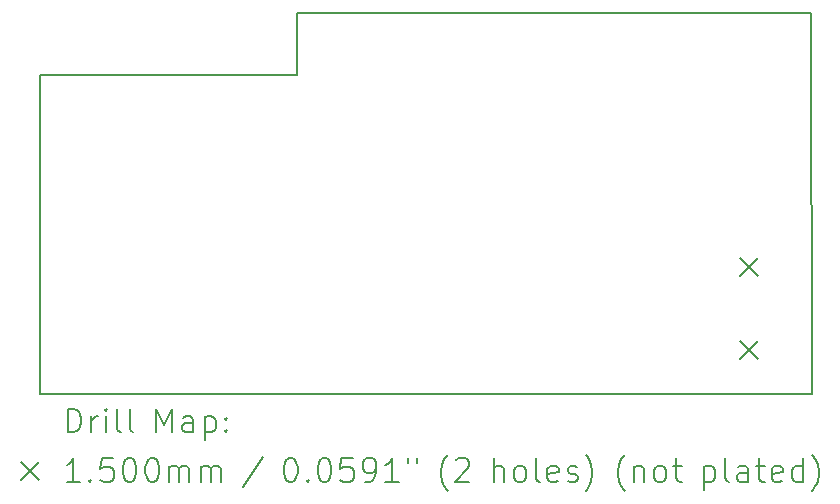
<source format=gbr>
%FSLAX45Y45*%
G04 Gerber Fmt 4.5, Leading zero omitted, Abs format (unit mm)*
G04 Created by KiCad (PCBNEW 6.99.0-unknown-455e330f3b~148~ubuntu20.04.1) date 2022-04-23 09:38:21*
%MOMM*%
%LPD*%
G01*
G04 APERTURE LIST*
%TA.AperFunction,Profile*%
%ADD10C,0.200000*%
%TD*%
%ADD11C,0.200000*%
%ADD12C,0.150000*%
G04 APERTURE END LIST*
D10*
X15125000Y-10115000D02*
X8585000Y-10115000D01*
X8585000Y-7415000D01*
X10760000Y-7415000D01*
X10760000Y-6885000D01*
X15115000Y-6885000D01*
X15125000Y-10115000D01*
D11*
D12*
X14515000Y-8962500D02*
X14665000Y-9112500D01*
X14665000Y-8962500D02*
X14515000Y-9112500D01*
X14515000Y-9662500D02*
X14665000Y-9812500D01*
X14665000Y-9662500D02*
X14515000Y-9812500D01*
D11*
X8822619Y-10435476D02*
X8822619Y-10235476D01*
X8822619Y-10235476D02*
X8870238Y-10235476D01*
X8870238Y-10235476D02*
X8898810Y-10245000D01*
X8898810Y-10245000D02*
X8917857Y-10264048D01*
X8917857Y-10264048D02*
X8927381Y-10283095D01*
X8927381Y-10283095D02*
X8936905Y-10321190D01*
X8936905Y-10321190D02*
X8936905Y-10349762D01*
X8936905Y-10349762D02*
X8927381Y-10387857D01*
X8927381Y-10387857D02*
X8917857Y-10406905D01*
X8917857Y-10406905D02*
X8898810Y-10425952D01*
X8898810Y-10425952D02*
X8870238Y-10435476D01*
X8870238Y-10435476D02*
X8822619Y-10435476D01*
X9022619Y-10435476D02*
X9022619Y-10302143D01*
X9022619Y-10340238D02*
X9032143Y-10321190D01*
X9032143Y-10321190D02*
X9041667Y-10311667D01*
X9041667Y-10311667D02*
X9060714Y-10302143D01*
X9060714Y-10302143D02*
X9079762Y-10302143D01*
X9146429Y-10435476D02*
X9146429Y-10302143D01*
X9146429Y-10235476D02*
X9136905Y-10245000D01*
X9136905Y-10245000D02*
X9146429Y-10254524D01*
X9146429Y-10254524D02*
X9155952Y-10245000D01*
X9155952Y-10245000D02*
X9146429Y-10235476D01*
X9146429Y-10235476D02*
X9146429Y-10254524D01*
X9270238Y-10435476D02*
X9251190Y-10425952D01*
X9251190Y-10425952D02*
X9241667Y-10406905D01*
X9241667Y-10406905D02*
X9241667Y-10235476D01*
X9375000Y-10435476D02*
X9355952Y-10425952D01*
X9355952Y-10425952D02*
X9346429Y-10406905D01*
X9346429Y-10406905D02*
X9346429Y-10235476D01*
X9571190Y-10435476D02*
X9571190Y-10235476D01*
X9571190Y-10235476D02*
X9637857Y-10378333D01*
X9637857Y-10378333D02*
X9704524Y-10235476D01*
X9704524Y-10235476D02*
X9704524Y-10435476D01*
X9885476Y-10435476D02*
X9885476Y-10330714D01*
X9885476Y-10330714D02*
X9875952Y-10311667D01*
X9875952Y-10311667D02*
X9856905Y-10302143D01*
X9856905Y-10302143D02*
X9818809Y-10302143D01*
X9818809Y-10302143D02*
X9799762Y-10311667D01*
X9885476Y-10425952D02*
X9866429Y-10435476D01*
X9866429Y-10435476D02*
X9818809Y-10435476D01*
X9818809Y-10435476D02*
X9799762Y-10425952D01*
X9799762Y-10425952D02*
X9790238Y-10406905D01*
X9790238Y-10406905D02*
X9790238Y-10387857D01*
X9790238Y-10387857D02*
X9799762Y-10368810D01*
X9799762Y-10368810D02*
X9818809Y-10359286D01*
X9818809Y-10359286D02*
X9866429Y-10359286D01*
X9866429Y-10359286D02*
X9885476Y-10349762D01*
X9980714Y-10302143D02*
X9980714Y-10502143D01*
X9980714Y-10311667D02*
X9999762Y-10302143D01*
X9999762Y-10302143D02*
X10037857Y-10302143D01*
X10037857Y-10302143D02*
X10056905Y-10311667D01*
X10056905Y-10311667D02*
X10066429Y-10321190D01*
X10066429Y-10321190D02*
X10075952Y-10340238D01*
X10075952Y-10340238D02*
X10075952Y-10397381D01*
X10075952Y-10397381D02*
X10066429Y-10416429D01*
X10066429Y-10416429D02*
X10056905Y-10425952D01*
X10056905Y-10425952D02*
X10037857Y-10435476D01*
X10037857Y-10435476D02*
X9999762Y-10435476D01*
X9999762Y-10435476D02*
X9980714Y-10425952D01*
X10161667Y-10416429D02*
X10171190Y-10425952D01*
X10171190Y-10425952D02*
X10161667Y-10435476D01*
X10161667Y-10435476D02*
X10152143Y-10425952D01*
X10152143Y-10425952D02*
X10161667Y-10416429D01*
X10161667Y-10416429D02*
X10161667Y-10435476D01*
X10161667Y-10311667D02*
X10171190Y-10321190D01*
X10171190Y-10321190D02*
X10161667Y-10330714D01*
X10161667Y-10330714D02*
X10152143Y-10321190D01*
X10152143Y-10321190D02*
X10161667Y-10311667D01*
X10161667Y-10311667D02*
X10161667Y-10330714D01*
D12*
X8425000Y-10690000D02*
X8575000Y-10840000D01*
X8575000Y-10690000D02*
X8425000Y-10840000D01*
D11*
X8927381Y-10855476D02*
X8813095Y-10855476D01*
X8870238Y-10855476D02*
X8870238Y-10655476D01*
X8870238Y-10655476D02*
X8851190Y-10684048D01*
X8851190Y-10684048D02*
X8832143Y-10703095D01*
X8832143Y-10703095D02*
X8813095Y-10712619D01*
X9013095Y-10836429D02*
X9022619Y-10845952D01*
X9022619Y-10845952D02*
X9013095Y-10855476D01*
X9013095Y-10855476D02*
X9003571Y-10845952D01*
X9003571Y-10845952D02*
X9013095Y-10836429D01*
X9013095Y-10836429D02*
X9013095Y-10855476D01*
X9203571Y-10655476D02*
X9108333Y-10655476D01*
X9108333Y-10655476D02*
X9098810Y-10750714D01*
X9098810Y-10750714D02*
X9108333Y-10741190D01*
X9108333Y-10741190D02*
X9127381Y-10731667D01*
X9127381Y-10731667D02*
X9175000Y-10731667D01*
X9175000Y-10731667D02*
X9194048Y-10741190D01*
X9194048Y-10741190D02*
X9203571Y-10750714D01*
X9203571Y-10750714D02*
X9213095Y-10769762D01*
X9213095Y-10769762D02*
X9213095Y-10817381D01*
X9213095Y-10817381D02*
X9203571Y-10836429D01*
X9203571Y-10836429D02*
X9194048Y-10845952D01*
X9194048Y-10845952D02*
X9175000Y-10855476D01*
X9175000Y-10855476D02*
X9127381Y-10855476D01*
X9127381Y-10855476D02*
X9108333Y-10845952D01*
X9108333Y-10845952D02*
X9098810Y-10836429D01*
X9336905Y-10655476D02*
X9355952Y-10655476D01*
X9355952Y-10655476D02*
X9375000Y-10665000D01*
X9375000Y-10665000D02*
X9384524Y-10674524D01*
X9384524Y-10674524D02*
X9394048Y-10693571D01*
X9394048Y-10693571D02*
X9403571Y-10731667D01*
X9403571Y-10731667D02*
X9403571Y-10779286D01*
X9403571Y-10779286D02*
X9394048Y-10817381D01*
X9394048Y-10817381D02*
X9384524Y-10836429D01*
X9384524Y-10836429D02*
X9375000Y-10845952D01*
X9375000Y-10845952D02*
X9355952Y-10855476D01*
X9355952Y-10855476D02*
X9336905Y-10855476D01*
X9336905Y-10855476D02*
X9317857Y-10845952D01*
X9317857Y-10845952D02*
X9308333Y-10836429D01*
X9308333Y-10836429D02*
X9298810Y-10817381D01*
X9298810Y-10817381D02*
X9289286Y-10779286D01*
X9289286Y-10779286D02*
X9289286Y-10731667D01*
X9289286Y-10731667D02*
X9298810Y-10693571D01*
X9298810Y-10693571D02*
X9308333Y-10674524D01*
X9308333Y-10674524D02*
X9317857Y-10665000D01*
X9317857Y-10665000D02*
X9336905Y-10655476D01*
X9527381Y-10655476D02*
X9546429Y-10655476D01*
X9546429Y-10655476D02*
X9565476Y-10665000D01*
X9565476Y-10665000D02*
X9575000Y-10674524D01*
X9575000Y-10674524D02*
X9584524Y-10693571D01*
X9584524Y-10693571D02*
X9594048Y-10731667D01*
X9594048Y-10731667D02*
X9594048Y-10779286D01*
X9594048Y-10779286D02*
X9584524Y-10817381D01*
X9584524Y-10817381D02*
X9575000Y-10836429D01*
X9575000Y-10836429D02*
X9565476Y-10845952D01*
X9565476Y-10845952D02*
X9546429Y-10855476D01*
X9546429Y-10855476D02*
X9527381Y-10855476D01*
X9527381Y-10855476D02*
X9508333Y-10845952D01*
X9508333Y-10845952D02*
X9498810Y-10836429D01*
X9498810Y-10836429D02*
X9489286Y-10817381D01*
X9489286Y-10817381D02*
X9479762Y-10779286D01*
X9479762Y-10779286D02*
X9479762Y-10731667D01*
X9479762Y-10731667D02*
X9489286Y-10693571D01*
X9489286Y-10693571D02*
X9498810Y-10674524D01*
X9498810Y-10674524D02*
X9508333Y-10665000D01*
X9508333Y-10665000D02*
X9527381Y-10655476D01*
X9679762Y-10855476D02*
X9679762Y-10722143D01*
X9679762Y-10741190D02*
X9689286Y-10731667D01*
X9689286Y-10731667D02*
X9708333Y-10722143D01*
X9708333Y-10722143D02*
X9736905Y-10722143D01*
X9736905Y-10722143D02*
X9755952Y-10731667D01*
X9755952Y-10731667D02*
X9765476Y-10750714D01*
X9765476Y-10750714D02*
X9765476Y-10855476D01*
X9765476Y-10750714D02*
X9775000Y-10731667D01*
X9775000Y-10731667D02*
X9794048Y-10722143D01*
X9794048Y-10722143D02*
X9822619Y-10722143D01*
X9822619Y-10722143D02*
X9841667Y-10731667D01*
X9841667Y-10731667D02*
X9851191Y-10750714D01*
X9851191Y-10750714D02*
X9851191Y-10855476D01*
X9946429Y-10855476D02*
X9946429Y-10722143D01*
X9946429Y-10741190D02*
X9955952Y-10731667D01*
X9955952Y-10731667D02*
X9975000Y-10722143D01*
X9975000Y-10722143D02*
X10003572Y-10722143D01*
X10003572Y-10722143D02*
X10022619Y-10731667D01*
X10022619Y-10731667D02*
X10032143Y-10750714D01*
X10032143Y-10750714D02*
X10032143Y-10855476D01*
X10032143Y-10750714D02*
X10041667Y-10731667D01*
X10041667Y-10731667D02*
X10060714Y-10722143D01*
X10060714Y-10722143D02*
X10089286Y-10722143D01*
X10089286Y-10722143D02*
X10108333Y-10731667D01*
X10108333Y-10731667D02*
X10117857Y-10750714D01*
X10117857Y-10750714D02*
X10117857Y-10855476D01*
X10475952Y-10645952D02*
X10304524Y-10903095D01*
X10700714Y-10655476D02*
X10719762Y-10655476D01*
X10719762Y-10655476D02*
X10738810Y-10665000D01*
X10738810Y-10665000D02*
X10748333Y-10674524D01*
X10748333Y-10674524D02*
X10757857Y-10693571D01*
X10757857Y-10693571D02*
X10767381Y-10731667D01*
X10767381Y-10731667D02*
X10767381Y-10779286D01*
X10767381Y-10779286D02*
X10757857Y-10817381D01*
X10757857Y-10817381D02*
X10748333Y-10836429D01*
X10748333Y-10836429D02*
X10738810Y-10845952D01*
X10738810Y-10845952D02*
X10719762Y-10855476D01*
X10719762Y-10855476D02*
X10700714Y-10855476D01*
X10700714Y-10855476D02*
X10681667Y-10845952D01*
X10681667Y-10845952D02*
X10672143Y-10836429D01*
X10672143Y-10836429D02*
X10662619Y-10817381D01*
X10662619Y-10817381D02*
X10653095Y-10779286D01*
X10653095Y-10779286D02*
X10653095Y-10731667D01*
X10653095Y-10731667D02*
X10662619Y-10693571D01*
X10662619Y-10693571D02*
X10672143Y-10674524D01*
X10672143Y-10674524D02*
X10681667Y-10665000D01*
X10681667Y-10665000D02*
X10700714Y-10655476D01*
X10853095Y-10836429D02*
X10862619Y-10845952D01*
X10862619Y-10845952D02*
X10853095Y-10855476D01*
X10853095Y-10855476D02*
X10843572Y-10845952D01*
X10843572Y-10845952D02*
X10853095Y-10836429D01*
X10853095Y-10836429D02*
X10853095Y-10855476D01*
X10986429Y-10655476D02*
X11005476Y-10655476D01*
X11005476Y-10655476D02*
X11024524Y-10665000D01*
X11024524Y-10665000D02*
X11034048Y-10674524D01*
X11034048Y-10674524D02*
X11043572Y-10693571D01*
X11043572Y-10693571D02*
X11053095Y-10731667D01*
X11053095Y-10731667D02*
X11053095Y-10779286D01*
X11053095Y-10779286D02*
X11043572Y-10817381D01*
X11043572Y-10817381D02*
X11034048Y-10836429D01*
X11034048Y-10836429D02*
X11024524Y-10845952D01*
X11024524Y-10845952D02*
X11005476Y-10855476D01*
X11005476Y-10855476D02*
X10986429Y-10855476D01*
X10986429Y-10855476D02*
X10967381Y-10845952D01*
X10967381Y-10845952D02*
X10957857Y-10836429D01*
X10957857Y-10836429D02*
X10948333Y-10817381D01*
X10948333Y-10817381D02*
X10938810Y-10779286D01*
X10938810Y-10779286D02*
X10938810Y-10731667D01*
X10938810Y-10731667D02*
X10948333Y-10693571D01*
X10948333Y-10693571D02*
X10957857Y-10674524D01*
X10957857Y-10674524D02*
X10967381Y-10665000D01*
X10967381Y-10665000D02*
X10986429Y-10655476D01*
X11234048Y-10655476D02*
X11138810Y-10655476D01*
X11138810Y-10655476D02*
X11129286Y-10750714D01*
X11129286Y-10750714D02*
X11138810Y-10741190D01*
X11138810Y-10741190D02*
X11157857Y-10731667D01*
X11157857Y-10731667D02*
X11205476Y-10731667D01*
X11205476Y-10731667D02*
X11224524Y-10741190D01*
X11224524Y-10741190D02*
X11234048Y-10750714D01*
X11234048Y-10750714D02*
X11243571Y-10769762D01*
X11243571Y-10769762D02*
X11243571Y-10817381D01*
X11243571Y-10817381D02*
X11234048Y-10836429D01*
X11234048Y-10836429D02*
X11224524Y-10845952D01*
X11224524Y-10845952D02*
X11205476Y-10855476D01*
X11205476Y-10855476D02*
X11157857Y-10855476D01*
X11157857Y-10855476D02*
X11138810Y-10845952D01*
X11138810Y-10845952D02*
X11129286Y-10836429D01*
X11338810Y-10855476D02*
X11376905Y-10855476D01*
X11376905Y-10855476D02*
X11395952Y-10845952D01*
X11395952Y-10845952D02*
X11405476Y-10836429D01*
X11405476Y-10836429D02*
X11424524Y-10807857D01*
X11424524Y-10807857D02*
X11434048Y-10769762D01*
X11434048Y-10769762D02*
X11434048Y-10693571D01*
X11434048Y-10693571D02*
X11424524Y-10674524D01*
X11424524Y-10674524D02*
X11415000Y-10665000D01*
X11415000Y-10665000D02*
X11395952Y-10655476D01*
X11395952Y-10655476D02*
X11357857Y-10655476D01*
X11357857Y-10655476D02*
X11338810Y-10665000D01*
X11338810Y-10665000D02*
X11329286Y-10674524D01*
X11329286Y-10674524D02*
X11319762Y-10693571D01*
X11319762Y-10693571D02*
X11319762Y-10741190D01*
X11319762Y-10741190D02*
X11329286Y-10760238D01*
X11329286Y-10760238D02*
X11338810Y-10769762D01*
X11338810Y-10769762D02*
X11357857Y-10779286D01*
X11357857Y-10779286D02*
X11395952Y-10779286D01*
X11395952Y-10779286D02*
X11415000Y-10769762D01*
X11415000Y-10769762D02*
X11424524Y-10760238D01*
X11424524Y-10760238D02*
X11434048Y-10741190D01*
X11624524Y-10855476D02*
X11510238Y-10855476D01*
X11567381Y-10855476D02*
X11567381Y-10655476D01*
X11567381Y-10655476D02*
X11548333Y-10684048D01*
X11548333Y-10684048D02*
X11529286Y-10703095D01*
X11529286Y-10703095D02*
X11510238Y-10712619D01*
X11700714Y-10655476D02*
X11700714Y-10693571D01*
X11776905Y-10655476D02*
X11776905Y-10693571D01*
X12039762Y-10931667D02*
X12030238Y-10922143D01*
X12030238Y-10922143D02*
X12011191Y-10893571D01*
X12011191Y-10893571D02*
X12001667Y-10874524D01*
X12001667Y-10874524D02*
X11992143Y-10845952D01*
X11992143Y-10845952D02*
X11982619Y-10798333D01*
X11982619Y-10798333D02*
X11982619Y-10760238D01*
X11982619Y-10760238D02*
X11992143Y-10712619D01*
X11992143Y-10712619D02*
X12001667Y-10684048D01*
X12001667Y-10684048D02*
X12011191Y-10665000D01*
X12011191Y-10665000D02*
X12030238Y-10636429D01*
X12030238Y-10636429D02*
X12039762Y-10626905D01*
X12106429Y-10674524D02*
X12115952Y-10665000D01*
X12115952Y-10665000D02*
X12135000Y-10655476D01*
X12135000Y-10655476D02*
X12182619Y-10655476D01*
X12182619Y-10655476D02*
X12201667Y-10665000D01*
X12201667Y-10665000D02*
X12211191Y-10674524D01*
X12211191Y-10674524D02*
X12220714Y-10693571D01*
X12220714Y-10693571D02*
X12220714Y-10712619D01*
X12220714Y-10712619D02*
X12211191Y-10741190D01*
X12211191Y-10741190D02*
X12096905Y-10855476D01*
X12096905Y-10855476D02*
X12220714Y-10855476D01*
X12426429Y-10855476D02*
X12426429Y-10655476D01*
X12512143Y-10855476D02*
X12512143Y-10750714D01*
X12512143Y-10750714D02*
X12502619Y-10731667D01*
X12502619Y-10731667D02*
X12483572Y-10722143D01*
X12483572Y-10722143D02*
X12455000Y-10722143D01*
X12455000Y-10722143D02*
X12435952Y-10731667D01*
X12435952Y-10731667D02*
X12426429Y-10741190D01*
X12635952Y-10855476D02*
X12616905Y-10845952D01*
X12616905Y-10845952D02*
X12607381Y-10836429D01*
X12607381Y-10836429D02*
X12597857Y-10817381D01*
X12597857Y-10817381D02*
X12597857Y-10760238D01*
X12597857Y-10760238D02*
X12607381Y-10741190D01*
X12607381Y-10741190D02*
X12616905Y-10731667D01*
X12616905Y-10731667D02*
X12635952Y-10722143D01*
X12635952Y-10722143D02*
X12664524Y-10722143D01*
X12664524Y-10722143D02*
X12683572Y-10731667D01*
X12683572Y-10731667D02*
X12693095Y-10741190D01*
X12693095Y-10741190D02*
X12702619Y-10760238D01*
X12702619Y-10760238D02*
X12702619Y-10817381D01*
X12702619Y-10817381D02*
X12693095Y-10836429D01*
X12693095Y-10836429D02*
X12683572Y-10845952D01*
X12683572Y-10845952D02*
X12664524Y-10855476D01*
X12664524Y-10855476D02*
X12635952Y-10855476D01*
X12816905Y-10855476D02*
X12797857Y-10845952D01*
X12797857Y-10845952D02*
X12788333Y-10826905D01*
X12788333Y-10826905D02*
X12788333Y-10655476D01*
X12969286Y-10845952D02*
X12950238Y-10855476D01*
X12950238Y-10855476D02*
X12912143Y-10855476D01*
X12912143Y-10855476D02*
X12893095Y-10845952D01*
X12893095Y-10845952D02*
X12883572Y-10826905D01*
X12883572Y-10826905D02*
X12883572Y-10750714D01*
X12883572Y-10750714D02*
X12893095Y-10731667D01*
X12893095Y-10731667D02*
X12912143Y-10722143D01*
X12912143Y-10722143D02*
X12950238Y-10722143D01*
X12950238Y-10722143D02*
X12969286Y-10731667D01*
X12969286Y-10731667D02*
X12978810Y-10750714D01*
X12978810Y-10750714D02*
X12978810Y-10769762D01*
X12978810Y-10769762D02*
X12883572Y-10788810D01*
X13055000Y-10845952D02*
X13074048Y-10855476D01*
X13074048Y-10855476D02*
X13112143Y-10855476D01*
X13112143Y-10855476D02*
X13131191Y-10845952D01*
X13131191Y-10845952D02*
X13140714Y-10826905D01*
X13140714Y-10826905D02*
X13140714Y-10817381D01*
X13140714Y-10817381D02*
X13131191Y-10798333D01*
X13131191Y-10798333D02*
X13112143Y-10788810D01*
X13112143Y-10788810D02*
X13083572Y-10788810D01*
X13083572Y-10788810D02*
X13064524Y-10779286D01*
X13064524Y-10779286D02*
X13055000Y-10760238D01*
X13055000Y-10760238D02*
X13055000Y-10750714D01*
X13055000Y-10750714D02*
X13064524Y-10731667D01*
X13064524Y-10731667D02*
X13083572Y-10722143D01*
X13083572Y-10722143D02*
X13112143Y-10722143D01*
X13112143Y-10722143D02*
X13131191Y-10731667D01*
X13207381Y-10931667D02*
X13216905Y-10922143D01*
X13216905Y-10922143D02*
X13235953Y-10893571D01*
X13235953Y-10893571D02*
X13245476Y-10874524D01*
X13245476Y-10874524D02*
X13255000Y-10845952D01*
X13255000Y-10845952D02*
X13264524Y-10798333D01*
X13264524Y-10798333D02*
X13264524Y-10760238D01*
X13264524Y-10760238D02*
X13255000Y-10712619D01*
X13255000Y-10712619D02*
X13245476Y-10684048D01*
X13245476Y-10684048D02*
X13235953Y-10665000D01*
X13235953Y-10665000D02*
X13216905Y-10636429D01*
X13216905Y-10636429D02*
X13207381Y-10626905D01*
X13536905Y-10931667D02*
X13527381Y-10922143D01*
X13527381Y-10922143D02*
X13508333Y-10893571D01*
X13508333Y-10893571D02*
X13498810Y-10874524D01*
X13498810Y-10874524D02*
X13489286Y-10845952D01*
X13489286Y-10845952D02*
X13479762Y-10798333D01*
X13479762Y-10798333D02*
X13479762Y-10760238D01*
X13479762Y-10760238D02*
X13489286Y-10712619D01*
X13489286Y-10712619D02*
X13498810Y-10684048D01*
X13498810Y-10684048D02*
X13508333Y-10665000D01*
X13508333Y-10665000D02*
X13527381Y-10636429D01*
X13527381Y-10636429D02*
X13536905Y-10626905D01*
X13613095Y-10722143D02*
X13613095Y-10855476D01*
X13613095Y-10741190D02*
X13622619Y-10731667D01*
X13622619Y-10731667D02*
X13641667Y-10722143D01*
X13641667Y-10722143D02*
X13670238Y-10722143D01*
X13670238Y-10722143D02*
X13689286Y-10731667D01*
X13689286Y-10731667D02*
X13698810Y-10750714D01*
X13698810Y-10750714D02*
X13698810Y-10855476D01*
X13822619Y-10855476D02*
X13803572Y-10845952D01*
X13803572Y-10845952D02*
X13794048Y-10836429D01*
X13794048Y-10836429D02*
X13784524Y-10817381D01*
X13784524Y-10817381D02*
X13784524Y-10760238D01*
X13784524Y-10760238D02*
X13794048Y-10741190D01*
X13794048Y-10741190D02*
X13803572Y-10731667D01*
X13803572Y-10731667D02*
X13822619Y-10722143D01*
X13822619Y-10722143D02*
X13851191Y-10722143D01*
X13851191Y-10722143D02*
X13870238Y-10731667D01*
X13870238Y-10731667D02*
X13879762Y-10741190D01*
X13879762Y-10741190D02*
X13889286Y-10760238D01*
X13889286Y-10760238D02*
X13889286Y-10817381D01*
X13889286Y-10817381D02*
X13879762Y-10836429D01*
X13879762Y-10836429D02*
X13870238Y-10845952D01*
X13870238Y-10845952D02*
X13851191Y-10855476D01*
X13851191Y-10855476D02*
X13822619Y-10855476D01*
X13946429Y-10722143D02*
X14022619Y-10722143D01*
X13975000Y-10655476D02*
X13975000Y-10826905D01*
X13975000Y-10826905D02*
X13984524Y-10845952D01*
X13984524Y-10845952D02*
X14003572Y-10855476D01*
X14003572Y-10855476D02*
X14022619Y-10855476D01*
X14209286Y-10722143D02*
X14209286Y-10922143D01*
X14209286Y-10731667D02*
X14228333Y-10722143D01*
X14228333Y-10722143D02*
X14266429Y-10722143D01*
X14266429Y-10722143D02*
X14285476Y-10731667D01*
X14285476Y-10731667D02*
X14295000Y-10741190D01*
X14295000Y-10741190D02*
X14304524Y-10760238D01*
X14304524Y-10760238D02*
X14304524Y-10817381D01*
X14304524Y-10817381D02*
X14295000Y-10836429D01*
X14295000Y-10836429D02*
X14285476Y-10845952D01*
X14285476Y-10845952D02*
X14266429Y-10855476D01*
X14266429Y-10855476D02*
X14228333Y-10855476D01*
X14228333Y-10855476D02*
X14209286Y-10845952D01*
X14418810Y-10855476D02*
X14399762Y-10845952D01*
X14399762Y-10845952D02*
X14390238Y-10826905D01*
X14390238Y-10826905D02*
X14390238Y-10655476D01*
X14580714Y-10855476D02*
X14580714Y-10750714D01*
X14580714Y-10750714D02*
X14571191Y-10731667D01*
X14571191Y-10731667D02*
X14552143Y-10722143D01*
X14552143Y-10722143D02*
X14514048Y-10722143D01*
X14514048Y-10722143D02*
X14495000Y-10731667D01*
X14580714Y-10845952D02*
X14561667Y-10855476D01*
X14561667Y-10855476D02*
X14514048Y-10855476D01*
X14514048Y-10855476D02*
X14495000Y-10845952D01*
X14495000Y-10845952D02*
X14485476Y-10826905D01*
X14485476Y-10826905D02*
X14485476Y-10807857D01*
X14485476Y-10807857D02*
X14495000Y-10788810D01*
X14495000Y-10788810D02*
X14514048Y-10779286D01*
X14514048Y-10779286D02*
X14561667Y-10779286D01*
X14561667Y-10779286D02*
X14580714Y-10769762D01*
X14647381Y-10722143D02*
X14723572Y-10722143D01*
X14675953Y-10655476D02*
X14675953Y-10826905D01*
X14675953Y-10826905D02*
X14685476Y-10845952D01*
X14685476Y-10845952D02*
X14704524Y-10855476D01*
X14704524Y-10855476D02*
X14723572Y-10855476D01*
X14866429Y-10845952D02*
X14847381Y-10855476D01*
X14847381Y-10855476D02*
X14809286Y-10855476D01*
X14809286Y-10855476D02*
X14790238Y-10845952D01*
X14790238Y-10845952D02*
X14780714Y-10826905D01*
X14780714Y-10826905D02*
X14780714Y-10750714D01*
X14780714Y-10750714D02*
X14790238Y-10731667D01*
X14790238Y-10731667D02*
X14809286Y-10722143D01*
X14809286Y-10722143D02*
X14847381Y-10722143D01*
X14847381Y-10722143D02*
X14866429Y-10731667D01*
X14866429Y-10731667D02*
X14875953Y-10750714D01*
X14875953Y-10750714D02*
X14875953Y-10769762D01*
X14875953Y-10769762D02*
X14780714Y-10788810D01*
X15047381Y-10855476D02*
X15047381Y-10655476D01*
X15047381Y-10845952D02*
X15028334Y-10855476D01*
X15028334Y-10855476D02*
X14990238Y-10855476D01*
X14990238Y-10855476D02*
X14971191Y-10845952D01*
X14971191Y-10845952D02*
X14961667Y-10836429D01*
X14961667Y-10836429D02*
X14952143Y-10817381D01*
X14952143Y-10817381D02*
X14952143Y-10760238D01*
X14952143Y-10760238D02*
X14961667Y-10741190D01*
X14961667Y-10741190D02*
X14971191Y-10731667D01*
X14971191Y-10731667D02*
X14990238Y-10722143D01*
X14990238Y-10722143D02*
X15028334Y-10722143D01*
X15028334Y-10722143D02*
X15047381Y-10731667D01*
X15123572Y-10931667D02*
X15133095Y-10922143D01*
X15133095Y-10922143D02*
X15152143Y-10893571D01*
X15152143Y-10893571D02*
X15161667Y-10874524D01*
X15161667Y-10874524D02*
X15171191Y-10845952D01*
X15171191Y-10845952D02*
X15180714Y-10798333D01*
X15180714Y-10798333D02*
X15180714Y-10760238D01*
X15180714Y-10760238D02*
X15171191Y-10712619D01*
X15171191Y-10712619D02*
X15161667Y-10684048D01*
X15161667Y-10684048D02*
X15152143Y-10665000D01*
X15152143Y-10665000D02*
X15133095Y-10636429D01*
X15133095Y-10636429D02*
X15123572Y-10626905D01*
M02*

</source>
